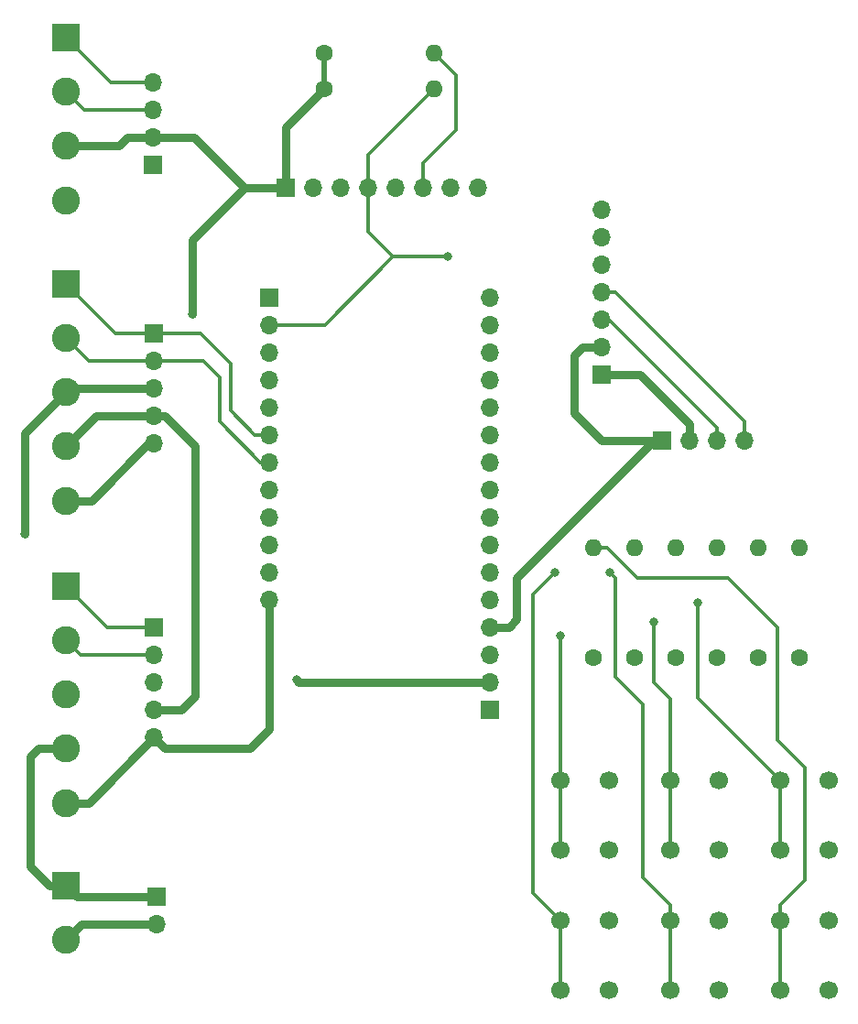
<source format=gbr>
%TF.GenerationSoftware,KiCad,Pcbnew,5.1.6-c6e7f7d~87~ubuntu18.04.1*%
%TF.CreationDate,2020-11-17T20:25:25-05:00*%
%TF.ProjectId,remote,72656d6f-7465-42e6-9b69-6361645f7063,rev?*%
%TF.SameCoordinates,Original*%
%TF.FileFunction,Copper,L2,Bot*%
%TF.FilePolarity,Positive*%
%FSLAX46Y46*%
G04 Gerber Fmt 4.6, Leading zero omitted, Abs format (unit mm)*
G04 Created by KiCad (PCBNEW 5.1.6-c6e7f7d~87~ubuntu18.04.1) date 2020-11-17 20:25:25*
%MOMM*%
%LPD*%
G01*
G04 APERTURE LIST*
%TA.AperFunction,ComponentPad*%
%ADD10O,1.600000X1.600000*%
%TD*%
%TA.AperFunction,ComponentPad*%
%ADD11C,1.600000*%
%TD*%
%TA.AperFunction,ComponentPad*%
%ADD12O,1.700000X1.700000*%
%TD*%
%TA.AperFunction,ComponentPad*%
%ADD13R,1.700000X1.700000*%
%TD*%
%TA.AperFunction,ComponentPad*%
%ADD14C,1.700000*%
%TD*%
%TA.AperFunction,ComponentPad*%
%ADD15C,2.600000*%
%TD*%
%TA.AperFunction,ComponentPad*%
%ADD16R,2.600000X2.600000*%
%TD*%
%TA.AperFunction,ViaPad*%
%ADD17C,0.800000*%
%TD*%
%TA.AperFunction,Conductor*%
%ADD18C,0.304800*%
%TD*%
%TA.AperFunction,Conductor*%
%ADD19C,0.508000*%
%TD*%
%TA.AperFunction,Conductor*%
%ADD20C,0.800000*%
%TD*%
G04 APERTURE END LIST*
D10*
%TO.P,RS3,2*%
%TO.N,A3*%
X138684000Y-118364000D03*
D11*
%TO.P,RS3,1*%
%TO.N,+3V3*%
X138684000Y-128524000D03*
%TD*%
D12*
%TO.P,J5,2*%
%TO.N,VBAT*%
X90678000Y-153162000D03*
D13*
%TO.P,J5,1*%
%TO.N,GND*%
X90678000Y-150622000D03*
%TD*%
D14*
%TO.P,SW0,1*%
%TO.N,A0*%
X128016000Y-146304000D03*
%TO.P,SW0,2*%
X128016000Y-139804000D03*
%TO.P,SW0,3*%
%TO.N,GND*%
X132516000Y-146304000D03*
%TO.P,SW0,4*%
X132516000Y-139804000D03*
%TD*%
%TO.P,SW1,1*%
%TO.N,A1*%
X138176000Y-146304000D03*
%TO.P,SW1,2*%
X138176000Y-139804000D03*
%TO.P,SW1,3*%
%TO.N,GND*%
X142676000Y-146304000D03*
%TO.P,SW1,4*%
X142676000Y-139804000D03*
%TD*%
%TO.P,SW3,1*%
%TO.N,A3*%
X128016000Y-159258000D03*
%TO.P,SW3,2*%
X128016000Y-152758000D03*
%TO.P,SW3,3*%
%TO.N,GND*%
X132516000Y-159258000D03*
%TO.P,SW3,4*%
X132516000Y-152758000D03*
%TD*%
%TO.P,SW2,1*%
%TO.N,A2*%
X148336000Y-146304000D03*
%TO.P,SW2,2*%
X148336000Y-139804000D03*
%TO.P,SW2,3*%
%TO.N,GND*%
X152836000Y-146304000D03*
%TO.P,SW2,4*%
X152836000Y-139804000D03*
%TD*%
%TO.P,SW5,1*%
%TO.N,A5*%
X148336000Y-159258000D03*
%TO.P,SW5,2*%
X148336000Y-152758000D03*
%TO.P,SW5,3*%
%TO.N,GND*%
X152836000Y-159258000D03*
%TO.P,SW5,4*%
X152836000Y-152758000D03*
%TD*%
%TO.P,SW4,1*%
%TO.N,A4*%
X138176000Y-159258000D03*
%TO.P,SW4,2*%
X138176000Y-152758000D03*
%TO.P,SW4,3*%
%TO.N,GND*%
X142676000Y-159258000D03*
%TO.P,SW4,4*%
X142676000Y-152758000D03*
%TD*%
D10*
%TO.P,RS0,2*%
%TO.N,A0*%
X150114000Y-118364000D03*
D11*
%TO.P,RS0,1*%
%TO.N,+3V3*%
X150114000Y-128524000D03*
%TD*%
D10*
%TO.P,RS1,2*%
%TO.N,A1*%
X146304000Y-118364000D03*
D11*
%TO.P,RS1,1*%
%TO.N,+3V3*%
X146304000Y-128524000D03*
%TD*%
D10*
%TO.P,RS2,2*%
%TO.N,A2*%
X142494000Y-118364000D03*
D11*
%TO.P,RS2,1*%
%TO.N,+3V3*%
X142494000Y-128524000D03*
%TD*%
D10*
%TO.P,RS5,2*%
%TO.N,A5*%
X131064000Y-118364000D03*
D11*
%TO.P,RS5,1*%
%TO.N,+3V3*%
X131064000Y-128524000D03*
%TD*%
D10*
%TO.P,RS4,2*%
%TO.N,A4*%
X134874000Y-118364000D03*
D11*
%TO.P,RS4,1*%
%TO.N,+3V3*%
X134874000Y-128524000D03*
%TD*%
D15*
%TO.P,J3,5*%
%TO.N,VBAT*%
X82296000Y-141920000D03*
%TO.P,J3,4*%
%TO.N,GND*%
X82296000Y-136920000D03*
%TO.P,J3,3*%
%TO.N,+3V3*%
X82296000Y-131920000D03*
%TO.P,J3,2*%
%TO.N,RX0*%
X82296000Y-126920000D03*
D16*
%TO.P,J3,1*%
%TO.N,TX1*%
X82296000Y-121920000D03*
%TD*%
D15*
%TO.P,J4,4*%
%TO.N,GND*%
X82321000Y-86209000D03*
%TO.P,J4,3*%
%TO.N,+3V3*%
X82321000Y-81209000D03*
%TO.P,J4,2*%
%TO.N,SCL*%
X82321000Y-76209000D03*
D16*
%TO.P,J4,1*%
%TO.N,SDA*%
X82321000Y-71209000D03*
%TD*%
D15*
%TO.P,J1,5*%
%TO.N,VBAT*%
X82296000Y-113980000D03*
%TO.P,J1,4*%
%TO.N,GND*%
X82296000Y-108980000D03*
%TO.P,J1,3*%
%TO.N,+3V3*%
X82296000Y-103980000D03*
%TO.P,J1,2*%
%TO.N,D11*%
X82296000Y-98980000D03*
D16*
%TO.P,J1,1*%
%TO.N,D10*%
X82296000Y-93980000D03*
%TD*%
D12*
%TO.P,J12,5*%
%TO.N,VBAT*%
X90424000Y-135890000D03*
%TO.P,J12,4*%
%TO.N,GND*%
X90424000Y-133350000D03*
%TO.P,J12,3*%
%TO.N,+3V3*%
X90424000Y-130810000D03*
%TO.P,J12,2*%
%TO.N,RX0*%
X90424000Y-128270000D03*
D13*
%TO.P,J12,1*%
%TO.N,TX1*%
X90424000Y-125730000D03*
%TD*%
D12*
%TO.P,J11,8*%
%TO.N,N/C*%
X120396000Y-85090000D03*
%TO.P,J11,7*%
X117856000Y-85090000D03*
%TO.P,J11,6*%
%TO.N,SDA*%
X115316000Y-85090000D03*
%TO.P,J11,5*%
%TO.N,N/C*%
X112776000Y-85090000D03*
%TO.P,J11,4*%
%TO.N,SCL*%
X110236000Y-85090000D03*
%TO.P,J11,3*%
%TO.N,GND*%
X107696000Y-85090000D03*
%TO.P,J11,2*%
%TO.N,N/C*%
X105156000Y-85090000D03*
D13*
%TO.P,J11,1*%
%TO.N,+3V3*%
X102616000Y-85090000D03*
%TD*%
D12*
%TO.P,J9,7*%
%TO.N,N/C*%
X131826000Y-87122000D03*
%TO.P,J9,6*%
X131826000Y-89662000D03*
%TO.P,J9,5*%
X131826000Y-92202000D03*
%TO.P,J9,4*%
%TO.N,SDA*%
X131826000Y-94742000D03*
%TO.P,J9,3*%
%TO.N,SCL*%
X131826000Y-97282000D03*
%TO.P,J9,2*%
%TO.N,GND*%
X131826000Y-99822000D03*
D13*
%TO.P,J9,1*%
%TO.N,+3V3*%
X131826000Y-102362000D03*
%TD*%
D12*
%TO.P,J2,5*%
%TO.N,VBAT*%
X90424000Y-108712000D03*
%TO.P,J2,4*%
%TO.N,GND*%
X90424000Y-106172000D03*
%TO.P,J2,3*%
%TO.N,+3V3*%
X90424000Y-103632000D03*
%TO.P,J2,2*%
%TO.N,D11*%
X90424000Y-101092000D03*
D13*
%TO.P,J2,1*%
%TO.N,D10*%
X90424000Y-98552000D03*
%TD*%
D12*
%TO.P,J10,4*%
%TO.N,SDA*%
X90350000Y-75347000D03*
%TO.P,J10,3*%
%TO.N,SCL*%
X90350000Y-77887000D03*
%TO.P,J10,2*%
%TO.N,+3V3*%
X90350000Y-80427000D03*
D13*
%TO.P,J10,1*%
%TO.N,GND*%
X90350000Y-82967000D03*
%TD*%
D11*
%TO.P,R3,1*%
%TO.N,+3V3*%
X106172000Y-72644000D03*
D10*
%TO.P,R3,2*%
%TO.N,SDA*%
X116332000Y-72644000D03*
%TD*%
D11*
%TO.P,R2,1*%
%TO.N,+3V3*%
X106172000Y-75946000D03*
D10*
%TO.P,R2,2*%
%TO.N,SCL*%
X116332000Y-75946000D03*
%TD*%
D15*
%TO.P,J8,2*%
%TO.N,VBAT*%
X82296000Y-154606000D03*
D16*
%TO.P,J8,1*%
%TO.N,GND*%
X82296000Y-149606000D03*
%TD*%
D13*
%TO.P,J7,1*%
%TO.N,N/C*%
X121506000Y-133290000D03*
D12*
%TO.P,J7,2*%
%TO.N,+3V3*%
X121506000Y-130750000D03*
%TO.P,J7,3*%
%TO.N,N/C*%
X121506000Y-128210000D03*
%TO.P,J7,4*%
%TO.N,GND*%
X121506000Y-125670000D03*
%TO.P,J7,5*%
%TO.N,A0*%
X121506000Y-123130000D03*
%TO.P,J7,6*%
%TO.N,A1*%
X121506000Y-120590000D03*
%TO.P,J7,7*%
%TO.N,A2*%
X121506000Y-118050000D03*
%TO.P,J7,8*%
%TO.N,A3*%
X121506000Y-115510000D03*
%TO.P,J7,9*%
%TO.N,A4*%
X121506000Y-112970000D03*
%TO.P,J7,10*%
%TO.N,A5*%
X121506000Y-110430000D03*
%TO.P,J7,11*%
%TO.N,N/C*%
X121506000Y-107890000D03*
%TO.P,J7,12*%
X121506000Y-105350000D03*
%TO.P,J7,13*%
X121506000Y-102810000D03*
%TO.P,J7,14*%
%TO.N,RX0*%
X121506000Y-100270000D03*
%TO.P,J7,15*%
%TO.N,TX1*%
X121506000Y-97730000D03*
%TO.P,J7,16*%
%TO.N,N/C*%
X121506000Y-95190000D03*
%TD*%
%TO.P,J6,12*%
%TO.N,VBAT*%
X101106000Y-123130000D03*
%TO.P,J6,11*%
%TO.N,N/C*%
X101106000Y-120590000D03*
%TO.P,J6,10*%
X101106000Y-118050000D03*
%TO.P,J6,9*%
X101106000Y-115510000D03*
%TO.P,J6,8*%
X101106000Y-112970000D03*
%TO.P,J6,7*%
%TO.N,D11*%
X101106000Y-110430000D03*
%TO.P,J6,6*%
%TO.N,D10*%
X101106000Y-107890000D03*
%TO.P,J6,5*%
%TO.N,N/C*%
X101106000Y-105350000D03*
%TO.P,J6,4*%
X101106000Y-102810000D03*
%TO.P,J6,3*%
X101106000Y-100270000D03*
%TO.P,J6,2*%
%TO.N,SCL*%
X101106000Y-97730000D03*
D13*
%TO.P,J6,1*%
%TO.N,SDA*%
X101106000Y-95190000D03*
%TD*%
D12*
%TO.P,J13,4*%
%TO.N,SDA*%
X145034000Y-108458000D03*
%TO.P,J13,3*%
%TO.N,SCL*%
X142494000Y-108458000D03*
%TO.P,J13,2*%
%TO.N,+3V3*%
X139954000Y-108458000D03*
D13*
%TO.P,J13,1*%
%TO.N,GND*%
X137414000Y-108458000D03*
%TD*%
D17*
%TO.N,+3V3*%
X78486000Y-117094000D03*
X93980000Y-96774000D03*
X103632000Y-130556000D03*
%TO.N,SCL*%
X117602000Y-91440000D03*
%TO.N,A0*%
X128016000Y-126492000D03*
%TO.N,A1*%
X136652000Y-125222000D03*
%TO.N,A2*%
X140716000Y-123444000D03*
%TO.N,A3*%
X127508000Y-120650000D03*
%TO.N,A4*%
X132588000Y-120650000D03*
%TD*%
D18*
%TO.N,+3V3*%
X102616000Y-85090000D02*
X102616000Y-85344000D01*
D19*
X106172000Y-75946000D02*
X106172000Y-72644000D01*
D20*
X78486000Y-107790000D02*
X82296000Y-103980000D01*
X78486000Y-117094000D02*
X78486000Y-107790000D01*
X82644000Y-103632000D02*
X82296000Y-103980000D01*
X90424000Y-103632000D02*
X82644000Y-103632000D01*
X102616000Y-85090000D02*
X98806000Y-85090000D01*
X98806000Y-85090000D02*
X93980000Y-89916000D01*
X93980000Y-89916000D02*
X93980000Y-96774000D01*
X82321000Y-81209000D02*
X87193000Y-81209000D01*
X87975000Y-80427000D02*
X90350000Y-80427000D01*
X87193000Y-81209000D02*
X87975000Y-80427000D01*
X94143000Y-80427000D02*
X98806000Y-85090000D01*
X90350000Y-80427000D02*
X94143000Y-80427000D01*
X102616000Y-79502000D02*
X106172000Y-75946000D01*
X102616000Y-85090000D02*
X102616000Y-79502000D01*
X121506000Y-130750000D02*
X103826000Y-130750000D01*
X103826000Y-130750000D02*
X103632000Y-130556000D01*
X139954000Y-108458000D02*
X139954000Y-106934000D01*
X135382000Y-102362000D02*
X131826000Y-102362000D01*
X139954000Y-106934000D02*
X135382000Y-102362000D01*
%TO.N,GND*%
X85104000Y-106172000D02*
X82296000Y-108980000D01*
X90424000Y-106172000D02*
X85104000Y-106172000D01*
X90424000Y-133350000D02*
X92964000Y-133350000D01*
X92964000Y-133350000D02*
X94234000Y-132080000D01*
X94234000Y-132080000D02*
X94234000Y-108966000D01*
X91440000Y-106172000D02*
X90424000Y-106172000D01*
X94234000Y-108966000D02*
X91440000Y-106172000D01*
X82296000Y-136920000D02*
X79742000Y-136920000D01*
X79742000Y-136920000D02*
X78994000Y-137668000D01*
X78994000Y-137668000D02*
X78994000Y-147828000D01*
X80772000Y-149606000D02*
X82296000Y-149606000D01*
X78994000Y-147828000D02*
X80772000Y-149606000D01*
X83312000Y-150622000D02*
X82296000Y-149606000D01*
X90678000Y-150622000D02*
X83312000Y-150622000D01*
X121506000Y-125670000D02*
X123250000Y-125670000D01*
X123250000Y-125670000D02*
X123952000Y-124968000D01*
X123952000Y-124968000D02*
X123952000Y-121158000D01*
X136652000Y-108458000D02*
X137414000Y-108458000D01*
X123952000Y-121158000D02*
X136652000Y-108458000D01*
X137414000Y-108458000D02*
X131826000Y-108458000D01*
X131826000Y-108458000D02*
X129286000Y-105918000D01*
X129286000Y-105918000D02*
X129286000Y-100584000D01*
X130048000Y-99822000D02*
X131826000Y-99822000D01*
X129286000Y-100584000D02*
X130048000Y-99822000D01*
D18*
%TO.N,SDA*%
X86459000Y-75347000D02*
X82321000Y-71209000D01*
X90350000Y-75347000D02*
X86459000Y-75347000D01*
X118364000Y-76200000D02*
X118364000Y-79756000D01*
X115316000Y-82804000D02*
X115316000Y-85090000D01*
X118364000Y-79756000D02*
X115316000Y-82804000D01*
X116332000Y-72644000D02*
X118364000Y-74676000D01*
X118364000Y-74676000D02*
X118364000Y-76200000D01*
X131826000Y-94742000D02*
X133096000Y-94742000D01*
X145034000Y-106680000D02*
X145034000Y-108458000D01*
X133096000Y-94742000D02*
X145034000Y-106680000D01*
%TO.N,SCL*%
X110236000Y-89154000D02*
X110236000Y-85090000D01*
X117602000Y-91440000D02*
X112522000Y-91440000D01*
X112522000Y-91440000D02*
X110236000Y-89154000D01*
X106232000Y-97730000D02*
X112522000Y-91440000D01*
X101106000Y-97730000D02*
X106232000Y-97730000D01*
X83999000Y-77887000D02*
X82321000Y-76209000D01*
X90350000Y-77887000D02*
X83999000Y-77887000D01*
X116332000Y-75946000D02*
X110236000Y-82042000D01*
X110236000Y-82042000D02*
X110236000Y-85090000D01*
X132520081Y-97282000D02*
X131826000Y-97282000D01*
X142494000Y-107255919D02*
X132520081Y-97282000D01*
X142494000Y-108458000D02*
X142494000Y-107255919D01*
D20*
%TO.N,VBAT*%
X84394000Y-141920000D02*
X90424000Y-135890000D01*
X82296000Y-141920000D02*
X84394000Y-141920000D01*
X91440000Y-136906000D02*
X90424000Y-135890000D01*
X82296000Y-113980000D02*
X84648000Y-113980000D01*
X89916000Y-108712000D02*
X90424000Y-108712000D01*
X84648000Y-113980000D02*
X89916000Y-108712000D01*
X99314000Y-136906000D02*
X101106000Y-135114000D01*
X91440000Y-136906000D02*
X99314000Y-136906000D01*
X101106000Y-123130000D02*
X101106000Y-135114000D01*
X83740000Y-153162000D02*
X82296000Y-154606000D01*
X90678000Y-153162000D02*
X83740000Y-153162000D01*
D18*
%TO.N,D11*%
X90424000Y-101092000D02*
X94996000Y-101092000D01*
X94996000Y-101092000D02*
X96520000Y-102616000D01*
X96520000Y-102616000D02*
X96520000Y-106680000D01*
X100270000Y-110430000D02*
X101106000Y-110430000D01*
X96520000Y-106680000D02*
X100270000Y-110430000D01*
X90424000Y-101092000D02*
X84408000Y-101092000D01*
X84408000Y-101092000D02*
X82296000Y-98980000D01*
%TO.N,D10*%
X101106000Y-107890000D02*
X99762000Y-107890000D01*
X99762000Y-107890000D02*
X97536000Y-105664000D01*
X97536000Y-105664000D02*
X97536000Y-101346000D01*
X94742000Y-98552000D02*
X90424000Y-98552000D01*
X97536000Y-101346000D02*
X94742000Y-98552000D01*
X90424000Y-98552000D02*
X86868000Y-98552000D01*
X86868000Y-98552000D02*
X82296000Y-93980000D01*
%TO.N,RX0*%
X83646000Y-128270000D02*
X82296000Y-126920000D01*
X90424000Y-128270000D02*
X83646000Y-128270000D01*
%TO.N,TX1*%
X86106000Y-125730000D02*
X82296000Y-121920000D01*
X90424000Y-125730000D02*
X86106000Y-125730000D01*
%TO.N,A0*%
X128016000Y-139804000D02*
X128016000Y-126492000D01*
X128016000Y-146304000D02*
X128016000Y-139804000D01*
%TO.N,A1*%
X138176000Y-139804000D02*
X138176000Y-132334000D01*
X136652000Y-130810000D02*
X136652000Y-125222000D01*
X138176000Y-132334000D02*
X136652000Y-130810000D01*
X138176000Y-139804000D02*
X138176000Y-146304000D01*
%TO.N,A2*%
X148336000Y-139804000D02*
X140716000Y-132184000D01*
X140716000Y-132184000D02*
X140716000Y-123444000D01*
X148336000Y-139804000D02*
X148336000Y-146304000D01*
%TO.N,A3*%
X128016000Y-152758000D02*
X125476000Y-150218000D01*
X125476000Y-122682000D02*
X127508000Y-120650000D01*
X125476000Y-150218000D02*
X125476000Y-122682000D01*
X128016000Y-159258000D02*
X128016000Y-152758000D01*
%TO.N,A4*%
X138176000Y-152758000D02*
X138176000Y-151384000D01*
X138176000Y-151384000D02*
X135636000Y-148844000D01*
X135636000Y-148844000D02*
X135636000Y-132842000D01*
X135636000Y-132842000D02*
X133096000Y-130302000D01*
X133096000Y-130302000D02*
X133096000Y-121158000D01*
X133096000Y-121158000D02*
X132588000Y-120650000D01*
X138176000Y-159258000D02*
X138176000Y-152758000D01*
%TO.N,A5*%
X148336000Y-152758000D02*
X148336000Y-151384000D01*
X148336000Y-151384000D02*
X150368000Y-149352000D01*
X131064000Y-118364000D02*
X132334000Y-118364000D01*
X132334000Y-118364000D02*
X135128000Y-121158000D01*
X135128000Y-121158000D02*
X143510000Y-121158000D01*
X143510000Y-121158000D02*
X148082000Y-125730000D01*
X148082000Y-125730000D02*
X148082000Y-136144000D01*
X150622000Y-138684000D02*
X150622000Y-149098000D01*
X148082000Y-136144000D02*
X150622000Y-138684000D01*
X150368000Y-149352000D02*
X150622000Y-149098000D01*
X148336000Y-152758000D02*
X148336000Y-159258000D01*
%TD*%
M02*

</source>
